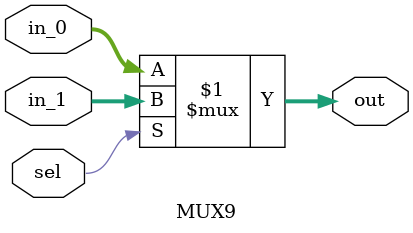
<source format=v>
`timescale 1ns / 1ps


module MUX9(
    input [8:0] in_0, in_1,
    input sel,
    output [8:0] out
    );
    assign out = sel ? in_1 : in_0;
endmodule

</source>
